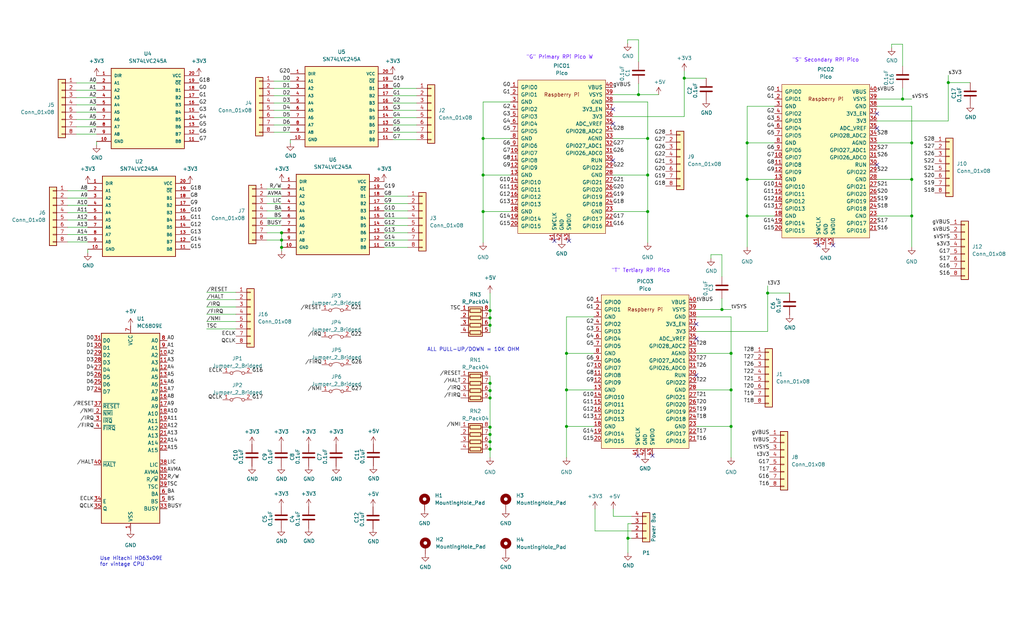
<source format=kicad_sch>
(kicad_sch (version 20230121) (generator eeschema)
  (paper "USLegal")
  (title_block (title "TFR/903  (6309  SBC)") (date "2024-09-18") (rev "2024-09-18") (company "Henry Strickland   <strick@yak.net>  github.com/strickyak/tfr9") (comment 3 "Released under the MIT License (opensource.org/license/mit)"))
  (junction (at 266.573 101.854))
  (junction (at 170.18 138.303))
  (junction (at 237.617 27.178))
  (junction (at 316.611 75.057))
  (junction (at 167.767 60.833))
  (junction (at 224.917 73.533))
  (junction (at 221.742 32.893))
  (junction (at 259.461 49.657))
  (junction (at 170.18 153.543))
  (junction (at 170.18 133.223))
  (junction (at 196.723 122.809))
  (junction (at 97.79 85.979))
  (junction (at 196.723 148.209))
  (junction (at 329.311 28.702))
  (junction (at 259.461 75.057))
  (junction (at 170.18 135.763))
  (junction (at 253.873 135.509))
  (junction (at 316.611 49.657))
  (junction (at 170.18 107.95))
  (junction (at 316.611 62.357))
  (junction (at 224.917 60.833))
  (junction (at 196.723 135.509))
  (junction (at 167.767 73.533))
  (junction (at 97.79 83.439))
  (junction (at 170.18 148.463))
  (junction (at 170.18 110.49))
  (junction (at 259.461 62.357))
  (junction (at 313.436 34.417))
  (junction (at 253.873 122.809))
  (junction (at 170.18 113.03))
  (junction (at 170.18 156.083))
  (junction (at 218.059 187.071))
  (junction (at 167.767 48.133))
  (junction (at 170.18 151.003))
  (junction (at 250.698 107.569))
  (junction (at 224.917 48.133))
  (junction (at 97.79 80.899))
  (junction (at 253.873 148.209))
  (no_connect (at 212.852 43.053))
  (no_connect (at 212.852 55.753))
  (no_connect (at 226.568 158.369))
  (no_connect (at 304.546 44.577))
  (no_connect (at 197.612 83.693))
  (no_connect (at 241.808 112.649))
  (no_connect (at 212.852 37.973))
  (no_connect (at 289.306 85.217))
  (no_connect (at 241.808 117.729))
  (no_connect (at 304.546 39.497))
  (no_connect (at 192.532 83.693))
  (no_connect (at 304.546 57.277))
  (no_connect (at 241.808 130.429))
  (no_connect (at 221.488 158.369))
  (no_connect (at 284.226 85.217))
  (wire (pts (xy 253.873 135.509) (xy 253.873 148.209)))
  (wire (pts (xy 97.79 83.439) (xy 97.79 85.979)))
  (wire (pts (xy 316.611 62.357) (xy 316.611 75.057)))
  (wire (pts (xy 30.48 86.614) (xy 30.48 87.884)))
  (wire (pts (xy 92.71 73.279) (xy 97.79 73.279)))
  (wire (pts (xy 253.873 148.209) (xy 253.873 159.004)))
  (wire (pts (xy 316.611 49.657) (xy 316.611 62.357)))
  (wire (pts (xy 133.35 83.439) (xy 141.605 83.439)))
  (wire (pts (xy 304.546 62.357) (xy 316.611 62.357)))
  (wire (pts (xy 170.18 153.543) (xy 170.18 156.083)))
  (wire (pts (xy 237.617 27.178) (xy 245.237 27.178)))
  (wire (pts (xy 259.461 75.057) (xy 268.986 75.057)))
  (wire (pts (xy 95.123 35.814) (xy 100.838 35.814)))
  (wire (pts (xy 329.311 26.162) (xy 329.311 28.702)))
  (wire (pts (xy 237.617 24.638) (xy 237.617 27.178)))
  (wire (pts (xy 23.495 76.454) (xy 30.48 76.454)))
  (wire (pts (xy 212.852 48.133) (xy 224.917 48.133)))
  (wire (pts (xy 224.917 48.133) (xy 224.917 60.833)))
  (wire (pts (xy 167.767 73.533) (xy 167.767 84.328)))
  (wire (pts (xy 71.755 106.68) (xy 81.915 106.68)))
  (wire (pts (xy 136.398 35.814) (xy 144.653 35.814)))
  (wire (pts (xy 170.18 130.683) (xy 170.18 133.223)))
  (wire (pts (xy 212.852 35.433) (xy 224.917 35.433)))
  (wire (pts (xy 23.495 73.914) (xy 30.48 73.914)))
  (wire (pts (xy 26.543 28.829) (xy 33.528 28.829)))
  (wire (pts (xy 33.528 49.149) (xy 33.528 50.419)))
  (wire (pts (xy 26.543 36.449) (xy 33.528 36.449)))
  (wire (pts (xy 259.461 62.357) (xy 268.986 62.357)))
  (wire (pts (xy 170.18 151.003) (xy 170.18 153.543)))
  (wire (pts (xy 217.932 13.843) (xy 217.932 15.113)))
  (wire (pts (xy 133.35 73.279) (xy 141.605 73.279)))
  (wire (pts (xy 196.723 110.109) (xy 206.248 110.109)))
  (wire (pts (xy 206.629 176.911) (xy 206.629 184.531)))
  (wire (pts (xy 313.436 34.417) (xy 313.436 30.607)))
  (wire (pts (xy 26.543 46.609) (xy 33.528 46.609)))
  (wire (pts (xy 224.917 35.433) (xy 224.917 48.133)))
  (wire (pts (xy 218.059 187.071) (xy 219.329 187.071)))
  (wire (pts (xy 95.123 30.734) (xy 100.838 30.734)))
  (wire (pts (xy 23.495 68.834) (xy 30.48 68.834)))
  (wire (pts (xy 304.546 36.957) (xy 316.611 36.957)))
  (wire (pts (xy 313.436 15.367) (xy 309.626 15.367)))
  (wire (pts (xy 196.723 148.209) (xy 206.248 148.209)))
  (wire (pts (xy 95.123 38.354) (xy 100.838 38.354)))
  (wire (pts (xy 259.461 49.657) (xy 268.986 49.657)))
  (wire (pts (xy 218.059 187.071) (xy 218.059 192.151)))
  (wire (pts (xy 221.742 13.843) (xy 221.742 21.463)))
  (wire (pts (xy 224.917 73.533) (xy 224.917 84.328)))
  (wire (pts (xy 23.495 84.074) (xy 30.48 84.074)))
  (wire (pts (xy 23.495 81.534) (xy 30.48 81.534)))
  (wire (pts (xy 71.755 114.3) (xy 81.915 114.3)))
  (wire (pts (xy 304.546 34.417) (xy 313.436 34.417)))
  (wire (pts (xy 196.723 122.809) (xy 196.723 135.509)))
  (wire (pts (xy 218.059 181.991) (xy 219.329 181.991)))
  (wire (pts (xy 170.18 113.03) (xy 170.18 115.57)))
  (wire (pts (xy 136.398 45.974) (xy 144.653 45.974)))
  (wire (pts (xy 26.543 38.989) (xy 33.528 38.989)))
  (wire (pts (xy 212.852 40.513) (xy 237.617 40.513)))
  (wire (pts (xy 71.755 101.6) (xy 81.915 101.6)))
  (wire (pts (xy 206.629 184.531) (xy 219.329 184.531)))
  (wire (pts (xy 170.18 148.463) (xy 170.18 151.003)))
  (wire (pts (xy 221.742 13.843) (xy 217.932 13.843)))
  (wire (pts (xy 133.35 78.359) (xy 141.605 78.359)))
  (wire (pts (xy 237.617 27.178) (xy 237.617 40.513)))
  (wire (pts (xy 212.979 179.451) (xy 219.329 179.451)))
  (wire (pts (xy 221.742 32.893) (xy 228.727 32.893)))
  (wire (pts (xy 136.398 38.354) (xy 144.653 38.354)))
  (wire (pts (xy 196.723 148.209) (xy 196.723 159.004)))
  (wire (pts (xy 97.79 85.979) (xy 97.79 87.249)))
  (wire (pts (xy 170.18 138.303) (xy 170.18 148.463)))
  (wire (pts (xy 136.398 48.514) (xy 144.653 48.514)))
  (wire (pts (xy 92.71 70.739) (xy 97.79 70.739)))
  (wire (pts (xy 309.626 15.367) (xy 309.626 16.637)))
  (wire (pts (xy 133.35 68.199) (xy 141.605 68.199)))
  (wire (pts (xy 136.398 40.894) (xy 144.653 40.894)))
  (wire (pts (xy 92.71 68.199) (xy 97.79 68.199)))
  (wire (pts (xy 259.461 36.957) (xy 259.461 49.657)))
  (wire (pts (xy 304.546 75.057) (xy 316.611 75.057)))
  (wire (pts (xy 329.311 28.702) (xy 329.311 42.037)))
  (wire (pts (xy 170.18 133.223) (xy 170.18 135.763)))
  (wire (pts (xy 313.436 15.367) (xy 313.436 22.987)))
  (wire (pts (xy 253.873 110.109) (xy 253.873 122.809)))
  (wire (pts (xy 170.18 110.49) (xy 170.18 113.03)))
  (wire (pts (xy 167.767 48.133) (xy 167.767 60.833)))
  (wire (pts (xy 97.79 80.899) (xy 97.79 83.439)))
  (wire (pts (xy 196.723 135.509) (xy 196.723 148.209)))
  (wire (pts (xy 241.808 135.509) (xy 253.873 135.509)))
  (wire (pts (xy 136.398 33.274) (xy 144.653 33.274)))
  (wire (pts (xy 304.546 42.037) (xy 329.311 42.037)))
  (wire (pts (xy 241.808 110.109) (xy 253.873 110.109)))
  (wire (pts (xy 95.123 28.194) (xy 100.838 28.194)))
  (wire (pts (xy 167.767 35.433) (xy 167.767 48.133)))
  (wire (pts (xy 212.852 73.533) (xy 224.917 73.533)))
  (wire (pts (xy 23.495 71.374) (xy 30.48 71.374)))
  (wire (pts (xy 170.18 159.004) (xy 170.18 156.083)))
  (wire (pts (xy 218.059 181.991) (xy 218.059 187.071)))
  (wire (pts (xy 26.543 33.909) (xy 33.528 33.909)))
  (wire (pts (xy 212.979 176.911) (xy 212.979 179.451)))
  (wire (pts (xy 259.461 75.057) (xy 259.461 85.852)))
  (wire (pts (xy 167.767 73.533) (xy 177.292 73.533)))
  (wire (pts (xy 133.35 75.819) (xy 141.605 75.819)))
  (wire (pts (xy 167.767 60.833) (xy 177.292 60.833)))
  (wire (pts (xy 196.723 110.109) (xy 196.723 122.809)))
  (wire (pts (xy 212.852 60.833) (xy 224.917 60.833)))
  (wire (pts (xy 92.71 83.439) (xy 97.79 83.439)))
  (wire (pts (xy 313.436 34.417) (xy 316.611 34.417)))
  (wire (pts (xy 71.755 104.14) (xy 81.915 104.14)))
  (wire (pts (xy 100.838 48.514) (xy 100.838 49.784)))
  (wire (pts (xy 92.71 75.819) (xy 97.79 75.819)))
  (wire (pts (xy 170.18 107.95) (xy 170.18 110.49)))
  (wire (pts (xy 304.546 49.657) (xy 316.611 49.657)))
  (wire (pts (xy 133.35 70.739) (xy 141.605 70.739)))
  (wire (pts (xy 250.698 107.569) (xy 253.873 107.569)))
  (wire (pts (xy 250.698 88.519) (xy 250.698 96.139)))
  (wire (pts (xy 133.35 85.979) (xy 141.605 85.979)))
  (wire (pts (xy 241.808 107.569) (xy 250.698 107.569)))
  (wire (pts (xy 212.852 32.893) (xy 221.742 32.893)))
  (wire (pts (xy 95.123 40.894) (xy 100.838 40.894)))
  (wire (pts (xy 26.543 31.369) (xy 33.528 31.369)))
  (wire (pts (xy 266.573 101.854) (xy 266.573 115.189)))
  (wire (pts (xy 259.461 36.957) (xy 268.986 36.957)))
  (wire (pts (xy 71.755 109.22) (xy 81.915 109.22)))
  (wire (pts (xy 23.495 66.294) (xy 30.48 66.294)))
  (wire (pts (xy 95.123 43.434) (xy 100.838 43.434)))
  (wire (pts (xy 259.461 62.357) (xy 259.461 75.057)))
  (wire (pts (xy 26.543 41.529) (xy 33.528 41.529)))
  (wire (pts (xy 92.71 80.899) (xy 97.79 80.899)))
  (wire (pts (xy 266.573 99.314) (xy 266.573 101.854)))
  (wire (pts (xy 221.742 32.893) (xy 221.742 29.083)))
  (wire (pts (xy 170.18 101.854) (xy 170.18 107.95)))
  (wire (pts (xy 246.888 88.519) (xy 246.888 89.789)))
  (wire (pts (xy 167.767 35.433) (xy 177.292 35.433)))
  (wire (pts (xy 253.873 122.809) (xy 253.873 135.509)))
  (wire (pts (xy 136.398 43.434) (xy 144.653 43.434)))
  (wire (pts (xy 92.71 78.359) (xy 97.79 78.359)))
  (wire (pts (xy 266.573 101.854) (xy 274.193 101.854)))
  (wire (pts (xy 241.808 122.809) (xy 253.873 122.809)))
  (wire (pts (xy 241.808 115.189) (xy 266.573 115.189)))
  (wire (pts (xy 259.461 49.657) (xy 259.461 62.357)))
  (wire (pts (xy 26.543 44.069) (xy 33.528 44.069)))
  (wire (pts (xy 167.767 60.833) (xy 167.767 73.533)))
  (wire (pts (xy 167.767 48.133) (xy 177.292 48.133)))
  (wire (pts (xy 224.917 60.833) (xy 224.917 73.533)))
  (wire (pts (xy 95.123 45.974) (xy 100.838 45.974)))
  (wire (pts (xy 241.808 148.209) (xy 253.873 148.209)))
  (wire (pts (xy 95.123 33.274) (xy 100.838 33.274)))
  (wire (pts (xy 133.35 80.899) (xy 141.605 80.899)))
  (wire (pts (xy 329.311 28.702) (xy 336.931 28.702)))
  (wire (pts (xy 196.723 122.809) (xy 206.248 122.809)))
  (wire (pts (xy 250.698 107.569) (xy 250.698 103.759)))
  (wire (pts (xy 316.611 36.957) (xy 316.611 49.657)))
  (wire (pts (xy 316.611 75.057) (xy 316.611 85.852)))
  (wire (pts (xy 250.698 88.519) (xy 246.888 88.519)))
  (wire (pts (xy 71.755 111.76) (xy 81.915 111.76)))
  (wire (pts (xy 136.398 30.734) (xy 144.653 30.734)))
  (wire (pts (xy 170.18 135.763) (xy 170.18 138.303)))
  (wire (pts (xy 23.495 78.994) (xy 30.48 78.994)))
  (wire (pts (xy 196.723 135.509) (xy 206.248 135.509)))
  (wire (pts (xy 92.71 65.659) (xy 97.79 65.659)))
  (text "\"G\" Primary RPi Pico W" (at 182.753 20.701 0) (effects (font (size 1.27 1.27)) (justify left bottom)))
  (text "\"T\" Tertiary RPi Pico" (at 212.344 94.869 0) (effects (font (size 1.27 1.27)) (justify left bottom)))
  (text "\"S\" Secondary RPi Pico" (at 275.082 21.717 0) (effects (font (size 1.27 1.27)) (justify left bottom)))
  (text "ALL PULL-UP/DOWN = 10K OHM" (at 148.336 122.301 0) (effects (font (size 1.27 1.27)) (justify left bottom)))
  (text "Use Hitachi HD63x09E\nfor vintage CPU" (at 34.671 196.977 0) (effects (font (size 1.27 1.27)) (justify left bottom)))
  (label "G17" (at 212.852 76.073 0))
  (label "G16" (at 87.503 129.667 0))
  (label "T26" (at 261.874 127.508 180))
  (label "G0" (at 268.986 31.877 180))
  (label "G6" (at 177.292 50.673 180))
  (label "G1" (at 177.292 32.893 180))
  (label "G15" (at 206.248 153.289 180))
  (label "G12" (at 66.04 78.994 0))
  (label "G17" (at 267.208 161.417 180))
  (label "G2" (at 136.398 35.814 0))
  (label "G1" (at 268.986 34.417 180))
  (label "G0" (at 69.088 31.369 0))
  (label "t3V3" (at 267.208 158.877 180))
  (label "G10" (at 177.292 63.373 180))
  (label "G8" (at 133.35 68.199 0))
  (label "G10" (at 66.04 73.914 0))
  (label "T19" (at 261.874 137.668 180))
  (label "BUSY" (at 58.039 176.784 0))
  (label "G2" (at 69.088 36.449 0))
  (label "G13" (at 66.04 81.534 0))
  (label "G10" (at 133.35 73.279 0))
  (label "{slash}NMI" (at 111.76 136.017 180))
  (label "G4" (at 177.292 43.053 180))
  (label "G18" (at 231.14 64.643 180))
  (label "G7" (at 136.398 48.514 0))
  (label "A4" (at 33.528 38.989 180))
  (label "A13" (at 30.48 78.994 180))
  (label "S22" (at 304.546 59.817 0))
  (label "S19" (at 324.612 64.516 180))
  (label "T18" (at 241.808 145.669 0))
  (label "D4" (at 32.639 128.524 180))
  (label "T27" (at 261.874 124.968 180))
  (label "T21" (at 241.808 138.049 0))
  (label "QCLK" (at 32.639 176.784 180))
  (label "tVSYS" (at 267.208 156.337 180))
  (label "QCLK" (at 77.343 138.938 180))
  (label "sVSYS" (at 329.946 83.185 180))
  (label "{slash}RESET" (at 160.02 130.683 180))
  (label "G17" (at 87.503 138.938 0))
  (label "G1" (at 136.398 33.274 0))
  (label "G3" (at 268.986 42.037 180))
  (label "G11" (at 268.986 67.437 180))
  (label "G22" (at 231.14 54.483 180))
  (label "G15" (at 268.986 80.137 180))
  (label "G5" (at 177.292 45.593 180))
  (label "s3V3" (at 329.311 26.162 0))
  (label "G0" (at 177.292 30.353 180))
  (label "BS" (at 97.79 75.819 180))
  (label "{slash}FIRQ" (at 111.76 126.746 180))
  (label "BUSY" (at 97.79 78.359 180))
  (label "G12" (at 268.986 69.977 180))
  (label "A8" (at 30.48 66.294 180))
  (label "G20" (at 231.14 59.563 180))
  (label "G16" (at 267.208 166.497 180))
  (label "BA" (at 97.79 73.279 180))
  (label "{slash}RESET" (at 32.639 141.224 180))
  (label "A15" (at 58.039 156.464 0))
  (label "A3" (at 58.039 125.984 0))
  (label "T16" (at 267.208 169.037 180))
  (label "T26" (at 241.808 127.889 0))
  (label "{slash}FIRQ" (at 32.639 148.844 180))
  (label "G27" (at 212.852 50.673 0))
  (label "G16" (at 329.946 93.345 180))
  (label "G17" (at 329.946 88.265 180))
  (label "ECLK" (at 77.343 129.667 180))
  (label "G6" (at 136.398 45.974 0))
  (label "D5" (at 100.838 40.894 180))
  (label "G21" (at 212.852 63.373 0))
  (label "{slash}IRQ" (at 32.639 146.304 180))
  (label "G19" (at 212.852 68.453 0))
  (label "G7" (at 268.986 54.737 180))
  (label "{slash}RESET" (at 111.633 107.823 180))
  (label "{slash}HALT" (at 32.639 161.544 180))
  (label "{slash}HALT" (at 160.02 133.223 180))
  (label "{slash}RESET" (at 71.755 101.6 0))
  (label "G12" (at 133.35 78.359 0))
  (label "T16" (at 241.808 153.289 0))
  (label "A0" (at 58.039 118.364 0))
  (label "A6" (at 33.528 44.069 180))
  (label "G8" (at 206.248 130.429 180))
  (label "s3V3" (at 329.946 85.725 180))
  (label "S17" (at 304.546 77.597 0))
  (label "G21" (at 231.14 57.023 180))
  (label "G12" (at 206.248 143.129 180))
  (label "G14" (at 206.248 150.749 180))
  (label "{slash}IRQ" (at 71.755 106.68 0))
  (label "A13" (at 58.039 151.384 0))
  (label "D7" (at 100.838 45.974 180))
  (label "A4" (at 58.039 128.524 0))
  (label "G14" (at 66.04 84.074 0))
  (label "A5" (at 33.528 41.529 180))
  (label "G3" (at 177.292 40.513 180))
  (label "sVBUS" (at 304.546 31.877 0))
  (label "G11" (at 206.248 140.589 180))
  (label "G3" (at 136.398 38.354 0))
  (label "{slash}IRQ" (at 160.02 135.763 180))
  (label "S17" (at 329.946 90.805 180))
  (label "A10" (at 30.48 71.374 180))
  (label "G10" (at 268.986 64.897 180))
  (label "A12" (at 58.039 148.844 0))
  (label "D2" (at 100.838 33.274 180))
  (label "G3" (at 206.248 115.189 180))
  (label "A2" (at 58.039 123.444 0))
  (label "G8" (at 66.04 68.834 0))
  (label "T21" (at 261.874 132.588 180))
  (label "A9" (at 30.48 68.834 180))
  (label "S18" (at 304.546 72.517 0))
  (label "G5" (at 136.398 43.434 0))
  (label "G18" (at 212.852 70.993 0))
  (label "G11" (at 177.292 65.913 180))
  (label "BA" (at 58.039 171.704 0))
  (label "G13" (at 206.248 145.669 180))
  (label "G27" (at 121.92 136.017 0))
  (label "G4" (at 69.088 41.529 0))
  (label "G9" (at 133.35 70.739 0))
  (label "AVMA" (at 97.79 68.199 180))
  (label "G21" (at 121.793 107.823 0))
  (label "ECLK" (at 32.639 174.244 180))
  (label "A15" (at 30.48 84.074 180))
  (label "tVSYS" (at 253.873 107.569 0))
  (label "G28" (at 231.14 46.863 180))
  (label "D1" (at 100.838 30.734 180))
  (label "T18" (at 261.874 140.208 180))
  (label "G27" (at 231.14 49.403 180))
  (label "{slash}NMI" (at 160.02 148.463 180))
  (label "G1" (at 206.248 107.569 180))
  (label "T19" (at 241.808 143.129 0))
  (label "G13" (at 133.35 80.899 0))
  (label "gVBUS" (at 329.946 78.105 180))
  (label "G14" (at 177.292 76.073 180))
  (label "D0" (at 32.639 118.364 180))
  (label "{slash}IRQ" (at 111.633 117.094 180))
  (label "G0" (at 136.398 30.734 0))
  (label "T20" (at 241.808 140.589 0))
  (label "A7" (at 58.039 136.144 0))
  (label "G9" (at 268.986 59.817 180))
  (label "S28" (at 304.546 47.117 0))
  (label "G14" (at 133.35 83.439 0))
  (label "D4" (at 100.838 38.354 180))
  (label "T22" (at 241.808 132.969 0))
  (label "S28" (at 324.612 49.276 180))
  (label "G0" (at 206.248 105.029 180))
  (label "A10" (at 58.039 143.764 0))
  (label "G26" (at 212.852 53.213 0))
  (label "D1" (at 32.639 120.904 180))
  (label "G5" (at 268.986 47.117 180))
  (label "G11" (at 66.04 76.454 0))
  (label "D6" (at 100.838 43.434 180))
  (label "G18" (at 66.04 66.294 0))
  (label "G18" (at 69.088 28.829 0))
  (label "gVBUS" (at 267.208 151.257 180))
  (label "G4" (at 136.398 40.894 0))
  (label "S22" (at 324.612 56.896 180))
  (label "D3" (at 100.838 35.814 180))
  (label "LIC" (at 97.79 70.739 180))
  (label "tVBUS" (at 267.208 153.797 180))
  (label "S21" (at 324.612 59.436 180))
  (label "S19" (at 304.546 69.977 0))
  (label "G10" (at 206.248 138.049 180))
  (label "G7" (at 177.292 53.213 180))
  (label "G9" (at 66.04 71.374 0))
  (label "TSC" (at 71.755 114.3 0))
  (label "R{slash}W" (at 97.79 65.659 180))
  (label "S26" (at 304.546 54.737 0))
  (label "G6" (at 206.248 125.349 180))
  (label "T20" (at 261.874 135.128 180))
  (label "A12" (at 30.48 76.454 180))
  (label "S21" (at 304.546 64.897 0))
  (label "G20" (at 100.838 25.654 180))
  (label "G12" (at 177.292 68.453 180))
  (label "T28" (at 261.874 122.428 180))
  (label "{slash}NMI" (at 71.755 111.76 0))
  (label "A2" (at 33.528 33.909 180))
  (label "G3" (at 69.088 38.989 0))
  (label "G15" (at 66.04 86.614 0))
  (label "R{slash}W" (at 58.039 166.624 0))
  (label "A14" (at 30.48 81.534 180))
  (label "G2" (at 177.292 37.973 180))
  (label "D0" (at 100.838 28.194 180))
  (label "D5" (at 32.639 131.064 180))
  (label "G4" (at 268.986 44.577 180))
  (label "G4" (at 206.248 117.729 180))
  (label "G22" (at 212.852 58.293 0))
  (label "S16" (at 329.946 95.885 180))
  (label "G8" (at 268.986 57.277 180))
  (label "G19" (at 133.35 65.659 0))
  (label "D6" (at 32.639 133.604 180))
  (label "gVBUS" (at 212.852 30.353 0))
  (label "S20" (at 304.546 67.437 0))
  (label "{slash}HALT" (at 71.755 104.14 0))
  (label "G7" (at 206.248 127.889 180))
  (label "G9" (at 177.292 58.293 180))
  (label "G15" (at 133.35 85.979 0))
  (label "ECLK" (at 81.915 116.84 180))
  (label "A3" (at 33.528 36.449 180))
  (label "G7" (at 69.088 49.149 0))
  (label "TSC" (at 160.02 107.95 180))
  (label "A6" (at 58.039 133.604 0))
  (label "S27" (at 324.612 51.816 180))
  (label "G14" (at 268.986 77.597 180))
  (label "G11" (at 133.35 75.819 0))
  (label "S16" (at 304.546 80.137 0))
  (label "G20" (at 212.852 65.913 0))
  (label "G2" (at 206.248 112.649 180))
  (label "QCLK" (at 81.915 119.38 180))
  (label "T27" (at 241.808 125.349 0))
  (label "A0" (at 33.528 28.829 180))
  (label "G6" (at 268.986 52.197 180))
  (label "G26" (at 121.92 126.746 0))
  (label "D3" (at 32.639 125.984 180))
  (label "G16" (at 212.852 78.613 0))
  (label "{slash}NMI" (at 32.639 143.764 180))
  (label "T22" (at 261.874 130.048 180))
  (label "G9" (at 206.248 132.969 180))
  (label "A11" (at 58.039 146.304 0))
  (label "G8" (at 177.292 55.753 180))
  (label "A1" (at 58.039 120.904 0))
  (label "G26" (at 231.14 51.943 180))
  (label "AVMA" (at 58.039 164.084 0))
  (label "G13" (at 268.986 72.517 180))
  (label "sVSYS" (at 316.611 34.417 0))
  (label "T17" (at 241.808 150.749 0))
  (label "S20" (at 324.612 61.976 180))
  (label "sVBUS" (at 329.946 80.645 180))
  (label "S18" (at 324.612 67.056 180))
  (label "G5" (at 206.248 120.269 180))
  (label "T28" (at 241.808 120.269 0))
  (label "G13" (at 177.292 70.993 180))
  (label "T17" (at 267.208 163.957 180))
  (label "tVBUS" (at 241.808 105.029 0))
  (label "G1" (at 69.088 33.909 0))
  (label "A14" (at 58.039 153.924 0))
  (label "D7" (at 32.639 136.144 180))
  (label "BS" (at 58.039 174.244 0))
  (label "LIC" (at 58.039 161.544 0))
  (label "G2" (at 268.986 39.497 180))
  (label "A5" (at 58.039 131.064 0))
  (label "A11" (at 30.48 73.914 180))
  (label "G22" (at 121.793 117.094 0))
  (label "G19" (at 136.398 28.194 0))
  (label "TSC" (at 58.039 169.164 0))
  (label "G19" (at 231.14 62.103 180))
  (label "G5" (at 69.088 44.069 0))
  (label "S27" (at 304.546 52.197 0))
  (label "G28" (at 212.852 45.593 0))
  (label "t3V3" (at 266.573 99.314 0))
  (label "D2" (at 32.639 123.444 180))
  (label "A7" (at 33.528 46.609 180))
  (label "G15" (at 177.292 78.613 180))
  (label "G6" (at 69.088 46.609 0))
  (label "A9" (at 58.039 141.224 0))
  (label "{slash}FIRQ" (at 71.755 109.22 0))
  (label "A1" (at 33.528 31.369 180))
  (label "S26" (at 324.612 54.356 180))
  (label "{slash}FIRQ" (at 160.02 138.303 180))
  (label "A8" (at 58.039 138.684 0))
  (symbol (lib_name "GND_8") (lib_id "power:GND") (at 175.641 177.292 0) (unit 1)
    (property "Reference" "#PWR026" (effects hide))
    (property "Value" "GND" (at 175.641 181.864 0))
  )
  (symbol (lib_id "Jumper:Jumper_2_Bridged") (at 116.713 117.094 0) (unit 1)
    (property "Reference" "JP4" (at 116.713 112.014 0))
    (property "Value" "Jumper_2_Bridged" (at 116.713 114.554 0))
    (property "Footprint" "Jumper:SolderJumper-2_P1.3mm_Bridged_Pad1.0x1.5mm" (effects hide))
  )
  (symbol (lib_id "Device:C") (at 129.667 158.115 0) (unit 1)
    (property "Reference" "C11" (at 123.952 160.02 90) (effects (justify left)))
    (property "Value" "0.1uF" (at 125.857 161.29 90) (effects (justify left)))
    (property "Footprint" "Capacitor_SMD:C_0402_1005Metric" (effects hide))
  )
  (symbol (lib_id "Device:R_Pack04") (at 165.1 113.03 270) (unit 1)
    (property "Reference" "RN3" (at 165.1 102.362 90))
    (property "Value" "R_Pack04" (at 165.1 104.902 90))
    (property "Footprint" "Resistor_SMD:R_Array_Concave_4x0603" (effects hide))
  )
  (symbol (lib_id "Device:C") (at 97.663 179.832 0) (unit 1)
    (property "Reference" "C5" (at 91.948 181.737 90) (effects (justify left)))
    (property "Value" "0.1uF" (at 93.853 183.007 90) (effects (justify left)))
    (property "Footprint" "Capacitor_SMD:C_0402_1005Metric" (effects hide))
  )
  (symbol (lib_id "Connector_Generic:Conn_01x08") (at 149.733 38.354 0) (unit 1)
    (property "Reference" "J2" (at 152.273 38.354 0) (effects (justify left)))
    (property "Value" "Conn_01x08" (at 152.273 40.894 0) (effects (justify left)))
    (property "Footprint" "Connector_PinHeader_2.54mm:PinHeader_1x08_P2.54mm_Vertical" (effects hide))
  )
  (symbol (lib_id "Connector_Generic:Conn_01x04") (at 224.409 184.531 0) (mirror x) (unit 1)
    (property "Reference" "P1" (at 224.409 192.151 0))
    (property "Value" "Power Bus" (at 226.949 183.261 90))
    (property "Footprint" "Connector_PinHeader_2.54mm:PinHeader_1x04_P2.54mm_Vertical" (effects hide))
  )
  (symbol (lib_name "GND_3") (lib_id "power:GND") (at 147.701 192.532 0) (unit 1)
    (property "Reference" "#PWR024" (effects hide))
    (property "Value" "GND" (at 147.701 197.104 0))
  )
  (symbol (lib_id "Connector_Generic:Conn_01x08") (at 329.692 56.896 0) (unit 1)
    (property "Reference" "J10" (at 332.232 56.896 0) (effects (justify left)))
    (property "Value" "Conn_01x08" (at 332.232 59.436 0) (effects (justify left)))
    (property "Footprint" "Connector_PinHeader_2.54mm:PinHeader_1x08_P2.54mm_Vertical" (effects hide))
  )
  (symbol (lib_name "+3V3_8") (lib_id "power:+3V3") (at 30.48 63.754 0) (unit 1)
    (property "Reference" "#PWR019" (effects hide))
    (property "Value" "+3V3" (at 30.48 58.674 0))
  )
  (symbol (lib_id "RPi_Pico:Pico") (at 286.766 56.007 0) (unit 1)
    (property "Reference" "PICO2" (at 286.766 24.13 0))
    (property "Value" "Pico" (at 286.766 26.67 0))
    (property "Footprint" "aaa-pico:RPi_PicoW_SMD_TH" (effects hide))
  )
  (symbol (lib_name "+3V3_15") (lib_id "power:+3V3") (at 116.713 154.432 0) (unit 1)
    (property "Reference" "#PWR043" (effects hide))
    (property "Value" "+3V3" (at 116.713 149.987 0))
  )
  (symbol (lib_id "Mechanical:MountingHole_Pad") (at 147.701 189.992 0) (unit 1)
    (property "Reference" "H2" (at 151.257 187.452 0) (effects (justify left)))
    (property "Value" "MountingHole_Pad" (at 151.257 189.992 0) (effects (justify left)))
    (property "Footprint" "TestPoint:TestPoint_Plated_Hole_D4.0mm" (effects hide))
  )
  (symbol (lib_id "Connector_Generic:Conn_01x08") (at 335.026 85.725 0) (unit 1)
    (property "Reference" "J12" (at 337.566 85.725 0) (effects (justify left)))
    (property "Value" "Conn_01x08" (at 337.566 88.265 0) (effects (justify left)))
    (property "Footprint" "Connector_PinHeader_2.54mm:PinHeader_1x08_P2.54mm_Vertical" (effects hide))
  )
  (symbol (lib_id "Device:C") (at 87.503 158.242 0) (unit 1)
    (property "Reference" "C10" (at 81.788 160.147 90) (effects (justify left)))
    (property "Value" "0.1uF" (at 83.693 161.417 90) (effects (justify left)))
    (property "Footprint" "Capacitor_SMD:C_0402_1005Metric" (effects hide))
  )
  (symbol (lib_id "Device:C") (at 250.698 99.949 180) (unit 1)
    (property "Reference" "C3" (at 246.888 98.679 90) (effects (justify left)))
    (property "Value" "0.1uF" (at 244.983 97.409 90) (effects (justify left)))
    (property "Footprint" "Capacitor_SMD:C_0402_1005Metric" (effects hide))
  )
  (symbol (lib_name "GND_9") (lib_id "power:GND") (at 170.18 159.004 0) (unit 1)
    (property "Reference" "#PWR011" (effects hide))
    (property "Value" "GND" (at 170.18 164.084 0))
  )
  (symbol (lib_name "+3V3_2") (lib_id "power:+3V3") (at 69.088 26.289 0) (unit 1)
    (property "Reference" "#PWR06" (effects hide))
    (property "Value" "+3V3" (at 69.088 21.209 0))
  )
  (symbol (lib_id "power:GND") (at 129.667 161.925 0) (unit 1)
    (property "Reference" "#PWR052" (effects hide))
    (property "Value" "GND" (at 129.794 166.3192 0))
  )
  (symbol (lib_name "GND_6") (lib_id "power:GND") (at 316.611 85.852 0) (unit 1)
    (property "Reference" "#PWR072" (effects hide))
    (property "Value" "GND" (at 316.611 90.932 0))
  )
  (symbol (lib_name "+5V_2") (lib_id "power:+5V") (at 170.18 101.854 0) (unit 1)
    (property "Reference" "#PWR031" (effects hide))
    (property "Value" "+5V" (at 170.18 96.52 0))
  )
  (symbol (lib_name "+3V3_15") (lib_id "power:+3V3") (at 97.663 154.432 0) (unit 1)
    (property "Reference" "#PWR047" (effects hide))
    (property "Value" "+3V3" (at 97.663 149.987 0))
  )
  (symbol (lib_id "Device:C") (at 107.188 179.832 0) (unit 1)
    (property "Reference" "C4" (at 101.473 181.737 90) (effects (justify left)))
    (property "Value" "0.1uF" (at 103.378 183.007 90) (effects (justify left)))
    (property "Footprint" "Capacitor_SMD:C_0402_1005Metric" (effects hide))
  )
  (symbol (lib_name "+3V3_4") (lib_id "power:+3V3") (at 136.398 25.654 0) (unit 1)
    (property "Reference" "#PWR012" (effects hide))
    (property "Value" "+3V3" (at 136.398 21.209 0))
  )
  (symbol (lib_name "+3V3_1") (lib_id "power:+3V3") (at 33.528 26.289 0) (unit 1)
    (property "Reference" "#PWR04" (effects hide))
    (property "Value" "+3V3" (at 33.528 21.209 0))
  )
  (symbol (lib_id "power:GND") (at 116.713 162.052 0) (unit 1)
    (property "Reference" "#PWR044" (effects hide))
    (property "Value" "GND" (at 116.84 166.4462 0))
  )
  (symbol (lib_id "Connector_Generic:Conn_01x08") (at 21.463 36.449 0) (mirror y) (unit 1)
    (property "Reference" "J5" (at 18.923 36.449 0) (effects (justify left)))
    (property "Value" "Conn_01x08" (at 18.923 38.989 0) (effects (justify left)))
    (property "Footprint" "Connector_PinHeader_2.54mm:PinHeader_1x08_P2.54mm_Vertical" (effects hide))
  )
  (symbol (lib_id "power:GND") (at 309.626 16.637 0) (unit 1)
    (property "Reference" "#PWR071" (effects hide))
    (property "Value" "GND" (at 309.753 21.0312 0))
  )
  (symbol (lib_id "Connector_Generic:Conn_01x08") (at 236.22 54.483 0) (unit 1)
    (property "Reference" "J9" (at 238.76 54.483 0) (effects (justify left)))
    (property "Value" "Conn_01x08" (at 238.76 57.023 0) (effects (justify left)))
    (property "Footprint" "Connector_PinHeader_2.54mm:PinHeader_1x08_P2.54mm_Vertical" (effects hide))
  )
  (symbol (lib_id "Connector_Generic:Conn_01x08") (at 272.288 158.877 0) (unit 1)
    (property "Reference" "J8" (at 274.828 158.877 0) (effects (justify left)))
    (property "Value" "Conn_01x08" (at 274.828 161.417 0) (effects (justify left)))
    (property "Footprint" "Connector_PinHeader_2.54mm:PinHeader_1x08_P2.54mm_Vertical" (effects hide))
  )
  (symbol (lib_id "power:GND") (at 107.188 183.642 0) (unit 1)
    (property "Reference" "#PWR015" (effects hide))
    (property "Value" "GND" (at 107.315 188.0362 0))
  )
  (symbol (lib_id "Device:C") (at 129.54 179.959 0) (unit 1)
    (property "Reference" "C12" (at 123.825 181.864 90) (effects (justify left)))
    (property "Value" "0.1uF" (at 125.73 183.134 90) (effects (justify left)))
    (property "Footprint" "Capacitor_SMD:C_0402_1005Metric" (effects hide))
  )
  (symbol (lib_name "+3V3_15") (lib_id "power:+3V3") (at 107.188 176.022 0) (unit 1)
    (property "Reference" "#PWR014" (effects hide))
    (property "Value" "+3V3" (at 107.188 171.577 0))
  )
  (symbol (lib_id "Device:C") (at 97.663 158.242 0) (unit 1)
    (property "Reference" "C9" (at 91.948 160.147 90) (effects (justify left)))
    (property "Value" "0.1uF" (at 93.853 161.417 90) (effects (justify left)))
    (property "Footprint" "Capacitor_SMD:C_0402_1005Metric" (effects hide))
  )
  (symbol (lib_id "Jumper:Jumper_2_Bridged") (at 116.84 136.017 0) (unit 1)
    (property "Reference" "JP6" (at 116.84 130.937 0))
    (property "Value" "Jumper_2_Bridged" (at 116.84 133.477 0))
    (property "Footprint" "Jumper:SolderJumper-2_P1.3mm_Bridged_Pad1.0x1.5mm" (effects hide))
  )
  (symbol (lib_name "+5V_3") (lib_id "power:+5V") (at 129.667 154.305 0) (unit 1)
    (property "Reference" "#PWR051" (effects hide))
    (property "Value" "+5V" (at 129.667 149.86 0))
  )
  (symbol (lib_name "GND_5") (lib_id "power:GND") (at 196.723 159.004 0) (unit 1)
    (property "Reference" "#PWR02" (effects hide))
    (property "Value" "GND" (at 196.723 164.084 0))
  )
  (symbol (lib_id "CPU_NXP_6800:MC6809E") (at 45.339 148.844 0) (unit 1)
    (property "Reference" "U1" (at 47.5331 110.744 0) (effects (justify left)))
    (property "Value" "MC6809E" (at 47.5331 113.284 0) (effects (justify left)))
    (property "Footprint" "Package_DIP:DIP-40_W15.24mm" (effects hide))
    (property "Datasheet" "http://pdf.datasheetcatalog.com/datasheet/motorola/MC68B09S.pdf" (effects hide))
  )
  (symbol (lib_id "power:GND") (at 129.54 183.769 0) (unit 1)
    (property "Reference" "#PWR054" (effects hide))
    (property "Value" "GND" (at 129.667 188.1632 0))
  )
  (symbol (lib_id "Device:C") (at 221.742 25.273 180) (unit 1)
    (property "Reference" "C1" (at 217.932 24.003 90) (effects (justify left)))
    (property "Value" "0.1uF" (at 216.027 22.733 90) (effects (justify left)))
    (property "Footprint" "Capacitor_SMD:C_0402_1005Metric" (effects hide))
  )
  (symbol (lib_id "power:GND") (at 100.838 49.784 0) (unit 1)
    (property "Reference" "#PWR09" (effects hide))
    (property "Value" "GND" (at 100.965 54.1782 0))
  )
  (symbol (lib_id "power:+5V") (at 228.727 32.893 0) (unit 1)
    (property "Reference" "#PWR028" (effects hide))
    (property "Value" "+5V" (at 229.108 28.4988 0))
  )
  (symbol (lib_id "Jumper:Jumper_2_Bridged") (at 116.713 107.823 0) (unit 1)
    (property "Reference" "JP3" (at 116.713 102.743 0))
    (property "Value" "Jumper_2_Bridged" (at 116.713 105.283 0))
    (property "Footprint" "Jumper:SolderJumper-2_P1.3mm_Bridged_Pad1.0x1.5mm" (effects hide))
  )
  (symbol (lib_id "Jumper:Jumper_2_Bridged") (at 116.84 126.746 0) (unit 1)
    (property "Reference" "JP5" (at 116.84 121.666 0))
    (property "Value" "Jumper_2_Bridged" (at 116.84 124.206 0))
    (property "Footprint" "Jumper:SolderJumper-2_P1.3mm_Bridged_Pad1.0x1.5mm" (effects hide))
  )
  (symbol (lib_name "+3V3_15") (lib_id "power:+3V3") (at 107.188 154.432 0) (unit 1)
    (property "Reference" "#PWR045" (effects hide))
    (property "Value" "+3V3" (at 107.188 149.987 0))
  )
  (symbol (lib_id "power:GND") (at 245.237 34.798 0) (unit 1)
    (property "Reference" "#PWR030" (effects hide))
    (property "Value" "GND" (at 245.364 39.1922 0))
  )
  (symbol (lib_id "power:+3V3") (at 206.629 176.911 0) (unit 1)
    (property "Reference" "#PWR059" (effects hide))
    (property "Value" "+3V3" (at 206.629 172.466 0))
  )
  (symbol (lib_id "power:+3V3") (at 237.617 24.638 0) (unit 1)
    (property "Reference" "#PWR029" (effects hide))
    (property "Value" "+3V3" (at 237.617 20.193 0))
  )
  (symbol (lib_id "Jumper:Jumper_2_Bridged") (at 82.423 129.667 0) (unit 1)
    (property "Reference" "JP1" (at 82.423 124.587 0))
    (property "Value" "Jumper_2_Bridged" (at 82.423 127.127 0))
    (property "Footprint" "Jumper:SolderJumper-2_P1.3mm_Bridged_Pad1.0x1.5mm" (effects hide))
  )
  (symbol (lib_id "Connector_Generic:Conn_01x08") (at 146.685 75.819 0) (unit 1)
    (property "Reference" "J3" (at 149.225 75.819 0) (effects (justify left)))
    (property "Value" "Conn_01x08" (at 149.225 78.359 0) (effects (justify left)))
    (property "Footprint" "Connector_PinHeader_2.54mm:PinHeader_1x08_P2.54mm_Vertical" (effects hide))
  )
  (symbol (lib_name "+3V3_6") (lib_id "power:+3V3") (at 97.79 63.119 0) (unit 1)
    (property "Reference" "#PWR017" (effects hide))
    (property "Value" "+3V3" (at 97.79 58.674 0))
  )
  (symbol (lib_name "GND_2") (lib_id "power:GND") (at 175.641 192.659 0) (unit 1)
    (property "Reference" "#PWR023" (effects hide))
    (property "Value" "GND" (at 175.641 197.104 0))
  )
  (symbol (lib_id "Jumper:Jumper_2_Bridged") (at 82.423 138.938 0) (unit 1)
    (property "Reference" "JP2" (at 82.423 133.858 0))
    (property "Value" "Jumper_2_Bridged" (at 82.423 136.398 0))
    (property "Footprint" "Jumper:SolderJumper-2_P1.3mm_Bridged_Pad1.0x1.5mm" (effects hide))
  )
  (symbol (lib_id "LOGIC-SN74LVC245AN_DIP20-7.62MM_:SN74LVC245AN") (at 115.57 75.819 0) (unit 1)
    (property "Reference" "U6" (at 115.57 55.499 0))
    (property "Value" "SN74LVC245A" (at 115.57 58.039 0))
    (property "Footprint" "Package_SO:TSSOP-20_4.4x6.5mm_P0.65mm" (effects hide))
    (property "MF" "Texas Instruments" (effects hide))
    (property "Description" "\nOctal Bus Transceiver With 3-State Outputs\n" (effects hide))
    (property "Package" "PDIP-20 Texas Instruments" (effects hide))
    (property "MPN" "SN74LVC245AN" (effects hide))
    (property "Price" "None" (effects hide))
    (property "VALUE" "TRANSCEIVER-8BIT" (effects hide))
    (property "SnapEDA_Link" "https://www.snapeda.com/parts/SN74LVC245AN/Texas+Instruments/view-part/?ref=snap" (effects hide))
    (property "MP" "SN74LVC245AN" (effects hide))
    (property "Availability" "In Stock" (effects hide))
    (property "Check_prices" "https://www.snapeda.com/parts/SN74LVC245AN/Texas+Instruments/view-part/?ref=eda" (effects hide))
  )
  (symbol (lib_id "Device:C") (at 336.931 32.512 0) (unit 1)
    (property "Reference" "C17" (at 331.216 34.417 90) (effects (justify left)))
    (property "Value" "0.1uF" (at 333.121 35.687 90) (effects (justify left)))
    (property "Footprint" "Capacitor_SMD:C_0402_1005Metric" (effects hide))
  )
  (symbol (lib_id "Device:C") (at 107.188 158.242 0) (unit 1)
    (property "Reference" "C8" (at 101.473 160.147 90) (effects (justify left)))
    (property "Value" "0.1uF" (at 103.378 161.417 90) (effects (justify left)))
    (property "Footprint" "Capacitor_SMD:C_0402_1005Metric" (effects hide))
  )
  (symbol (lib_id "power:GND") (at 30.48 87.884 0) (unit 1)
    (property "Reference" "#PWR08" (effects hide))
    (property "Value" "GND" (at 30.607 92.2782 0))
  )
  (symbol (lib_id "Device:C") (at 245.237 30.988 0) (unit 1)
    (property "Reference" "C2" (at 239.522 32.893 90) (effects (justify left)))
    (property "Value" "0.1uF" (at 241.427 34.163 90) (effects (justify left)))
    (property "Footprint" "Capacitor_SMD:C_0402_1005Metric" (effects hide))
  )
  (symbol (lib_id "power:GND") (at 246.888 89.789 0) (unit 1)
    (property "Reference" "#PWR020" (effects hide))
    (property "Value" "GND" (at 247.015 94.1832 0))
  )
  (symbol (lib_id "Connector_Generic:Conn_01x08") (at 266.954 130.048 0) (unit 1)
    (property "Reference" "J1" (at 269.494 130.048 0) (effects (justify left)))
    (property "Value" "Conn_01x08" (at 269.494 132.588 0) (effects (justify left)))
    (property "Footprint" "Connector_PinHeader_2.54mm:PinHeader_1x08_P2.54mm_Vertical" (effects hide))
  )
  (symbol (lib_id "Connector_Generic:Conn_01x08") (at 86.995 109.22 0) (unit 1)
    (property "Reference" "J16" (at 89.535 109.22 0) (effects (justify left)))
    (property "Value" "Conn_01x08" (at 89.535 111.76 0) (effects (justify left)))
    (property "Footprint" "Connector_PinHeader_2.54mm:PinHeader_1x08_P2.54mm_Vertical" (effects hide))
  )
  (symbol (lib_id "power:GND") (at 217.932 15.113 0) (unit 1)
    (property "Reference" "#PWR027" (effects hide))
    (property "Value" "GND" (at 218.059 19.5072 0))
  )
  (symbol (lib_id "Connector_Generic:Conn_01x08") (at 87.63 73.279 0) (mirror y) (unit 1)
    (property "Reference" "J7" (at 85.09 73.279 0) (effects (justify left)))
    (property "Value" "Conn_01x08" (at 85.09 75.819 0) (effects (justify left)))
    (property "Footprint" "Connector_PinHeader_2.54mm:PinHeader_1x08_P2.54mm_Vertical" (effects hide))
  )
  (symbol (lib_name "GND_5") (lib_id "power:GND") (at 167.767 84.328 0) (unit 1)
    (property "Reference" "#PWR037" (effects hide))
    (property "Value" "GND" (at 167.767 89.408 0))
  )
  (symbol (lib_id "LOGIC-SN74LVC245AN_DIP20-7.62MM_:SN74LVC245AN") (at 48.26 76.454 0) (unit 1)
    (property "Reference" "U2" (at 48.26 56.134 0))
    (property "Value" "SN74LVC245A" (at 48.26 58.674 0))
    (property "Footprint" "Package_SO:TSSOP-20_4.4x6.5mm_P0.65mm" (effects hide))
    (property "MF" "Texas Instruments" (effects hide))
    (property "Description" "\nOctal Bus Transceiver With 3-State Outputs\n" (effects hide))
    (property "Package" "PDIP-20 Texas Instruments" (effects hide))
    (property "MPN" "SN74LVC245AN" (effects hide))
    (property "Price" "None" (effects hide))
    (property "VALUE" "TRANSCEIVER-8BIT" (effects hide))
    (property "SnapEDA_Link" "https://www.snapeda.com/parts/SN74LVC245AN/Texas+Instruments/view-part/?ref=snap" (effects hide))
    (property "MP" "SN74LVC245AN" (effects hide))
    (property "Availability" "In Stock" (effects hide))
    (property "Check_prices" "https://www.snapeda.com/parts/SN74LVC245AN/Texas+Instruments/view-part/?ref=eda" (effects hide))
  )
  (symbol (lib_id "Mechanical:MountingHole_Pad") (at 147.447 174.752 0) (unit 1)
    (property "Reference" "H1" (at 151.003 172.212 0) (effects (justify left)))
    (property "Value" "MountingHole_Pad" (at 151.003 174.752 0) (effects (justify left)))
    (property "Footprint" "TestPoint:TestPoint_Plated_Hole_D4.0mm" (effects hide))
  )
  (symbol (lib_id "Device:C") (at 116.713 158.242 0) (unit 1)
    (property "Reference" "C7" (at 110.998 160.147 90) (effects (justify left)))
    (property "Value" "0.1uF" (at 112.903 161.417 90) (effects (justify left)))
    (property "Footprint" "Capacitor_SMD:C_0402_1005Metric" (effects hide))
  )
  (symbol (lib_id "power:GND") (at 33.528 50.419 0) (unit 1)
    (property "Reference" "#PWR01" (effects hide))
    (property "Value" "GND" (at 33.655 54.8132 0))
  )
  (symbol (lib_id "Connector_Generic:Conn_01x08") (at 90.043 35.814 0) (mirror y) (unit 1)
    (property "Reference" "J4" (at 87.503 35.814 0) (effects (justify left)))
    (property "Value" "Conn_01x08" (at 87.503 38.354 0) (effects (justify left)))
    (property "Footprint" "Connector_PinHeader_2.54mm:PinHeader_1x08_P2.54mm_Vertical" (effects hide))
  )
  (symbol (lib_id "Device:R_Pack04") (at 165.1 153.543 270) (unit 1)
    (property "Reference" "RN2" (at 165.1 142.875 90))
    (property "Value" "R_Pack04" (at 165.1 145.415 90))
    (property "Footprint" "Resistor_SMD:R_Array_Concave_4x0603" (effects hide))
  )
  (symbol (lib_name "GND_5") (lib_id "power:GND") (at 259.461 85.852 0) (unit 1)
    (property "Reference" "#PWR069" (effects hide))
    (property "Value" "GND" (at 259.461 90.932 0))
  )
  (symbol (lib_id "LOGIC-SN74LVC245AN_DIP20-7.62MM_:SN74LVC245AN") (at 51.308 38.989 0) (unit 1)
    (property "Reference" "U4" (at 51.308 18.669 0))
    (property "Value" "SN74LVC245A" (at 51.308 21.209 0))
    (property "Footprint" "Package_SO:TSSOP-20_4.4x6.5mm_P0.65mm" (effects hide))
    (property "MF" "Texas Instruments" (effects hide))
    (property "Description" "\nOctal Bus Transceiver With 3-State Outputs\n" (effects hide))
    (property "Package" "PDIP-20 Texas Instruments" (effects hide))
    (property "MPN" "SN74LVC245AN" (effects hide))
    (property "Price" "None" (effects hide))
    (property "VALUE" "TRANSCEIVER-8BIT" (effects hide))
    (property "SnapEDA_Link" "https://www.snapeda.com/parts/SN74LVC245AN/Texas+Instruments/view-part/?ref=snap" (effects hide))
    (property "MP" "SN74LVC245AN" (effects hide))
    (property "Availability" "In Stock" (effects hide))
    (property "Check_prices" "https://www.snapeda.com/parts/SN74LVC245AN/Texas+Instruments/view-part/?ref=eda" (effects hide))
  )
  (symbol (lib_name "+3V3_7") (lib_id "power:+3V3") (at 66.04 63.754 0) (unit 1)
    (property "Reference" "#PWR018" (effects hide))
    (property "Value" "+3V3" (at 66.04 58.674 0))
  )
  (symbol (lib_id "power:GND") (at 336.931 36.322 0) (unit 1)
    (property "Reference" "#PWR075" (effects hide))
    (property "Value" "GND" (at 337.058 40.7162 0))
  )
  (symbol (lib_id "power:GND") (at 274.193 109.474 0) (unit 1)
    (property "Reference" "#PWR022" (effects hide))
    (property "Value" "GND" (at 274.32 113.8682 0))
  )
  (symbol (lib_id "Mechanical:MountingHole_Pad") (at 175.641 190.119 0) (unit 1)
    (property "Reference" "H4" (at 179.197 187.579 0) (effects (justify left)))
    (property "Value" "MountingHole_Pad" (at 179.197 190.119 0) (effects (justify left)))
    (property "Footprint" "TestPoint:TestPoint_Plated_Hole_D4.0mm" (effects hide))
  )
  (symbol (lib_id "Device:C") (at 274.193 105.664 0) (unit 1)
    (property "Reference" "C6" (at 268.478 107.569 90) (effects (justify left)))
    (property "Value" "0.1uF" (at 270.383 108.839 90) (effects (justify left)))
    (property "Footprint" "Capacitor_SMD:C_0402_1005Metric" (effects hide))
  )
  (symbol (lib_id "RPi_Pico:Pico") (at 195.072 54.483 0) (unit 1)
    (property "Reference" "PICO1" (at 195.072 22.86 0))
    (property "Value" "Pico" (at 195.072 25.4 0))
    (property "Footprint" "aaa-pico:RPi_PicoW_SMD_TH" (effects hide))
  )
  (symbol (lib_name "+5V_4") (lib_id "power:+5V") (at 129.54 176.149 0) (unit 1)
    (property "Reference" "#PWR053" (effects hide))
    (property "Value" "+5V" (at 129.54 171.704 0))
  )
  (symbol (lib_id "power:GND") (at 97.79 87.249 0) (unit 1)
    (property "Reference" "#PWR010" (effects hide))
    (property "Value" "GND" (effects hide))
  )
  (symbol (lib_id "Connector_Generic:Conn_01x08") (at 18.415 73.914 0) (mirror y) (unit 1)
    (property "Reference" "J6" (at 15.875 73.914 0) (effects (justify left)))
    (property "Value" "Conn_01x08" (at 15.875 76.454 0) (effects (justify left)))
    (property "Footprint" "Connector_PinHeader_2.54mm:PinHeader_1x08_P2.54mm_Vertical" (effects hide))
  )
  (symbol (lib_id "power:GND") (at 87.503 162.052 0) (unit 1)
    (property "Reference" "#PWR050" (effects hide))
    (property "Value" "GND" (at 87.63 166.4462 0))
  )
  (symbol (lib_name "GND_7") (lib_id "power:GND") (at 195.072 83.693 0) (unit 1)
    (property "Reference" "#PWR039" (effects hide))
    (property "Value" "GND" (at 195.072 88.138 0))
  )
  (symbol (lib_id "power:+5V") (at 212.979 176.911 0) (unit 1)
    (property "Reference" "#PWR060" (effects hide))
    (property "Value" "+5V" (at 213.36 172.5168 0))
  )
  (symbol (lib_id "power:GND") (at 97.663 162.052 0) (unit 1)
    (property "Reference" "#PWR048" (effects hide))
    (property "Value" "GND" (at 97.79 166.4462 0))
  )
  (symbol (lib_id "power:GND") (at 218.059 192.151 0) (unit 1)
    (property "Reference" "#PWR061" (effects hide))
    (property "Value" "GND" (at 218.186 196.5452 0))
  )
  (symbol (lib_name "GND_4") (lib_id "power:GND") (at 147.447 177.292 0) (unit 1)
    (property "Reference" "#PWR025" (effects hide))
    (property "Value" "GND" (at 147.447 181.864 0))
  )
  (symbol (lib_name "+3V3_15") (lib_id "power:+3V3") (at 87.503 154.432 0) (unit 1)
    (property "Reference" "#PWR049" (effects hide))
    (property "Value" "+3V3" (at 87.503 149.987 0))
  )
  (symbol (lib_name "+5V_1") (lib_id "power:+5V") (at 45.339 113.284 0) (unit 1)
    (property "Reference" "#PWR07" (effects hide))
    (property "Value" "+5V" (at 45.339 108.204 0))
  )
  (symbol (lib_name "+3V3_5") (lib_id "power:+3V3") (at 133.35 63.119 0) (unit 1)
    (property "Reference" "#PWR013" (effects hide))
    (property "Value" "+3V3" (at 133.35 58.674 0))
  )
  (symbol (lib_name "+3V3_15") (lib_id "power:+3V3") (at 97.663 176.022 0) (unit 1)
    (property "Reference" "#PWR016" (effects hide))
    (property "Value" "+3V3" (at 97.663 171.577 0))
  )
  (symbol (lib_id "Device:C") (at 313.436 26.797 180) (unit 1)
    (property "Reference" "C16" (at 309.626 25.527 90) (effects (justify left)))
    (property "Value" "0.1uF" (at 307.721 24.257 90) (effects (justify left)))
    (property "Footprint" "Capacitor_SMD:C_0402_1005Metric" (effects hide))
  )
  (symbol (lib_name "GND_7") (lib_id "power:GND") (at 286.766 85.217 0) (unit 1)
    (property "Reference" "#PWR070" (effects hide))
    (property "Value" "GND" (at 286.766 89.662 0))
  )
  (symbol (lib_id "power:GND") (at 107.188 162.052 0) (unit 1)
    (property "Reference" "#PWR046" (effects hide))
    (property "Value" "GND" (at 107.315 166.4462 0))
  )
  (symbol (lib_id "Mechanical:MountingHole_Pad") (at 175.641 174.752 0) (unit 1)
    (property "Reference" "H3" (at 179.197 172.212 0) (effects (justify left)))
    (property "Value" "MountingHole_Pad" (at 179.197 174.752 0) (effects (justify left)))
    (property "Footprint" "TestPoint:TestPoint_Plated_Hole_D4.0mm" (effects hide))
  )
  (symbol (lib_id "power:GND") (at 97.663 183.642 0) (unit 1)
    (property "Reference" "#PWR032" (effects hide))
    (property "Value" "GND" (at 97.79 188.0362 0))
  )
  (symbol (lib_name "GND_7") (lib_id "power:GND") (at 224.028 158.369 0) (unit 1)
    (property "Reference" "#PWR03" (effects hide))
    (property "Value" "GND" (at 224.028 162.814 0))
  )
  (symbol (lib_id "LOGIC-SN74LVC245AN_DIP20-7.62MM_:SN74LVC245AN") (at 118.618 38.354 0) (unit 1)
    (property "Reference" "U5" (at 118.618 18.034 0))
    (property "Value" "SN74LVC245A" (at 118.618 20.574 0))
    (property "Footprint" "Package_SO:TSSOP-20_4.4x6.5mm_P0.65mm" (effects hide))
    (property "MF" "Texas Instruments" (effects hide))
    (property "Description" "\nOctal Bus Transceiver With 3-State Outputs\n" (effects hide))
    (property "Package" "PDIP-20 Texas Instruments" (effects hide))
    (property "MPN" "SN74LVC245AN" (effects hide))
    (property "Price" "None" (effects hide))
    (property "VALUE" "TRANSCEIVER-8BIT" (effects hide))
    (property "SnapEDA_Link" "https://www.snapeda.com/parts/SN74LVC245AN/Texas+Instruments/view-part/?ref=snap" (effects hide))
    (property "MP" "SN74LVC245AN" (effects hide))
    (property "Availability" "In Stock" (effects hide))
    (property "Check_prices" "https://www.snapeda.com/parts/SN74LVC245AN/Texas+Instruments/view-part/?ref=eda" (effects hide))
  )
  (symbol (lib_name "GND_1") (lib_id "power:GND") (at 45.339 184.404 0) (unit 1)
    (property "Reference" "#PWR05" (effects hide))
    (property "Value" "GND" (at 45.339 189.484 0))
  )
  (symbol (lib_name "GND_6") (lib_id "power:GND") (at 224.917 84.328 0) (unit 1)
    (property "Reference" "#PWR038" (effects hide))
    (property "Value" "GND" (at 224.917 89.408 0))
  )
  (symbol (lib_id "Device:R_Pack04") (at 165.1 135.763 270) (unit 1)
    (property "Reference" "RN1" (at 165.1 125.095 90))
    (property "Value" "R_Pack04" (at 165.1 127.635 90))
    (property "Footprint" "Resistor_SMD:R_Array_Concave_4x0603" (effects hide))
  )
  (symbol (lib_id "RPi_Pico:Pico") (at 224.028 129.159 0) (unit 1)
    (property "Reference" "PICO3" (at 224.028 97.79 0))
    (property "Value" "Pico" (at 224.028 100.33 0))
    (property "Footprint" "aaa-pico:RPi_PicoW_SMD_TH" (effects hide))
  )
  (symbol (lib_name "GND_6") (lib_id "power:GND") (at 253.873 159.004 0) (unit 1)
    (property "Reference" "#PWR021" (effects hide))
    (property "Value" "GND" (at 253.873 164.084 0))
  )
)
</source>
